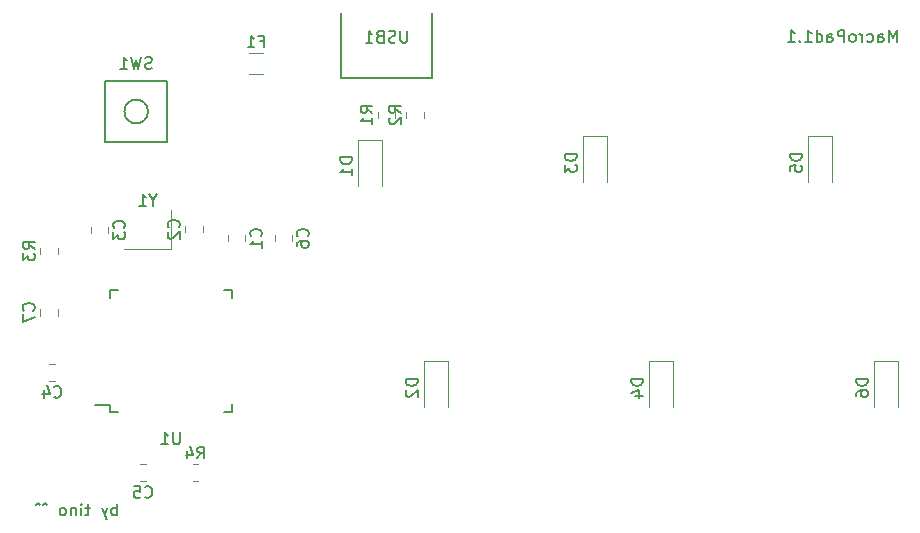
<source format=gbr>
%TF.GenerationSoftware,KiCad,Pcbnew,(6.0.11)*%
%TF.CreationDate,2023-05-29T20:04:11-04:00*%
%TF.ProjectId,MacroPad1.1,4d616372-6f50-4616-9431-2e312e6b6963,rev?*%
%TF.SameCoordinates,Original*%
%TF.FileFunction,Legend,Bot*%
%TF.FilePolarity,Positive*%
%FSLAX46Y46*%
G04 Gerber Fmt 4.6, Leading zero omitted, Abs format (unit mm)*
G04 Created by KiCad (PCBNEW (6.0.11)) date 2023-05-29 20:04:11*
%MOMM*%
%LPD*%
G01*
G04 APERTURE LIST*
%ADD10C,0.150000*%
%ADD11C,0.120000*%
G04 APERTURE END LIST*
D10*
X81938392Y-113958630D02*
X81938392Y-112958630D01*
X81938392Y-113339583D02*
X81843154Y-113291964D01*
X81652678Y-113291964D01*
X81557440Y-113339583D01*
X81509821Y-113387202D01*
X81462202Y-113482440D01*
X81462202Y-113768154D01*
X81509821Y-113863392D01*
X81557440Y-113911011D01*
X81652678Y-113958630D01*
X81843154Y-113958630D01*
X81938392Y-113911011D01*
X81128869Y-113291964D02*
X80890773Y-113958630D01*
X80652678Y-113291964D02*
X80890773Y-113958630D01*
X80986011Y-114196726D01*
X81033630Y-114244345D01*
X81128869Y-114291964D01*
X79652678Y-113291964D02*
X79271726Y-113291964D01*
X79509821Y-112958630D02*
X79509821Y-113815773D01*
X79462202Y-113911011D01*
X79366964Y-113958630D01*
X79271726Y-113958630D01*
X78938392Y-113958630D02*
X78938392Y-113291964D01*
X78938392Y-112958630D02*
X78986011Y-113006250D01*
X78938392Y-113053869D01*
X78890773Y-113006250D01*
X78938392Y-112958630D01*
X78938392Y-113053869D01*
X78462202Y-113291964D02*
X78462202Y-113958630D01*
X78462202Y-113387202D02*
X78414583Y-113339583D01*
X78319345Y-113291964D01*
X78176488Y-113291964D01*
X78081250Y-113339583D01*
X78033630Y-113434821D01*
X78033630Y-113958630D01*
X77414583Y-113958630D02*
X77509821Y-113911011D01*
X77557440Y-113863392D01*
X77605059Y-113768154D01*
X77605059Y-113482440D01*
X77557440Y-113387202D01*
X77509821Y-113339583D01*
X77414583Y-113291964D01*
X77271726Y-113291964D01*
X77176488Y-113339583D01*
X77128869Y-113387202D01*
X77081250Y-113482440D01*
X77081250Y-113768154D01*
X77128869Y-113863392D01*
X77176488Y-113911011D01*
X77271726Y-113958630D01*
X77414583Y-113958630D01*
X76033630Y-113053869D02*
X75843154Y-112911011D01*
X75652678Y-113053869D01*
X75462202Y-113053869D02*
X75271726Y-112911011D01*
X75081250Y-113053869D01*
X147954428Y-73858380D02*
X147954428Y-72858380D01*
X147621095Y-73572666D01*
X147287761Y-72858380D01*
X147287761Y-73858380D01*
X146383000Y-73858380D02*
X146383000Y-73334571D01*
X146430619Y-73239333D01*
X146525857Y-73191714D01*
X146716333Y-73191714D01*
X146811571Y-73239333D01*
X146383000Y-73810761D02*
X146478238Y-73858380D01*
X146716333Y-73858380D01*
X146811571Y-73810761D01*
X146859190Y-73715523D01*
X146859190Y-73620285D01*
X146811571Y-73525047D01*
X146716333Y-73477428D01*
X146478238Y-73477428D01*
X146383000Y-73429809D01*
X145478238Y-73810761D02*
X145573476Y-73858380D01*
X145763952Y-73858380D01*
X145859190Y-73810761D01*
X145906809Y-73763142D01*
X145954428Y-73667904D01*
X145954428Y-73382190D01*
X145906809Y-73286952D01*
X145859190Y-73239333D01*
X145763952Y-73191714D01*
X145573476Y-73191714D01*
X145478238Y-73239333D01*
X145049666Y-73858380D02*
X145049666Y-73191714D01*
X145049666Y-73382190D02*
X145002047Y-73286952D01*
X144954428Y-73239333D01*
X144859190Y-73191714D01*
X144763952Y-73191714D01*
X144287761Y-73858380D02*
X144383000Y-73810761D01*
X144430619Y-73763142D01*
X144478238Y-73667904D01*
X144478238Y-73382190D01*
X144430619Y-73286952D01*
X144383000Y-73239333D01*
X144287761Y-73191714D01*
X144144904Y-73191714D01*
X144049666Y-73239333D01*
X144002047Y-73286952D01*
X143954428Y-73382190D01*
X143954428Y-73667904D01*
X144002047Y-73763142D01*
X144049666Y-73810761D01*
X144144904Y-73858380D01*
X144287761Y-73858380D01*
X143525857Y-73858380D02*
X143525857Y-72858380D01*
X143144904Y-72858380D01*
X143049666Y-72906000D01*
X143002047Y-72953619D01*
X142954428Y-73048857D01*
X142954428Y-73191714D01*
X143002047Y-73286952D01*
X143049666Y-73334571D01*
X143144904Y-73382190D01*
X143525857Y-73382190D01*
X142097285Y-73858380D02*
X142097285Y-73334571D01*
X142144904Y-73239333D01*
X142240142Y-73191714D01*
X142430619Y-73191714D01*
X142525857Y-73239333D01*
X142097285Y-73810761D02*
X142192523Y-73858380D01*
X142430619Y-73858380D01*
X142525857Y-73810761D01*
X142573476Y-73715523D01*
X142573476Y-73620285D01*
X142525857Y-73525047D01*
X142430619Y-73477428D01*
X142192523Y-73477428D01*
X142097285Y-73429809D01*
X141192523Y-73858380D02*
X141192523Y-72858380D01*
X141192523Y-73810761D02*
X141287761Y-73858380D01*
X141478238Y-73858380D01*
X141573476Y-73810761D01*
X141621095Y-73763142D01*
X141668714Y-73667904D01*
X141668714Y-73382190D01*
X141621095Y-73286952D01*
X141573476Y-73239333D01*
X141478238Y-73191714D01*
X141287761Y-73191714D01*
X141192523Y-73239333D01*
X140192523Y-73858380D02*
X140763952Y-73858380D01*
X140478238Y-73858380D02*
X140478238Y-72858380D01*
X140573476Y-73001238D01*
X140668714Y-73096476D01*
X140763952Y-73144095D01*
X139763952Y-73763142D02*
X139716333Y-73810761D01*
X139763952Y-73858380D01*
X139811571Y-73810761D01*
X139763952Y-73763142D01*
X139763952Y-73858380D01*
X138763952Y-73858380D02*
X139335380Y-73858380D01*
X139049666Y-73858380D02*
X139049666Y-72858380D01*
X139144904Y-73001238D01*
X139240142Y-73096476D01*
X139335380Y-73144095D01*
%TO.C,R4*%
X88756916Y-109133630D02*
X89090250Y-108657440D01*
X89328345Y-109133630D02*
X89328345Y-108133630D01*
X88947392Y-108133630D01*
X88852154Y-108181250D01*
X88804535Y-108228869D01*
X88756916Y-108324107D01*
X88756916Y-108466964D01*
X88804535Y-108562202D01*
X88852154Y-108609821D01*
X88947392Y-108657440D01*
X89328345Y-108657440D01*
X87899773Y-108466964D02*
X87899773Y-109133630D01*
X88137869Y-108086011D02*
X88375964Y-108800297D01*
X87756916Y-108800297D01*
%TO.C,C6*%
X98080892Y-90320833D02*
X98128511Y-90273214D01*
X98176130Y-90130357D01*
X98176130Y-90035119D01*
X98128511Y-89892261D01*
X98033273Y-89797023D01*
X97938035Y-89749404D01*
X97747559Y-89701785D01*
X97604702Y-89701785D01*
X97414226Y-89749404D01*
X97318988Y-89797023D01*
X97223750Y-89892261D01*
X97176130Y-90035119D01*
X97176130Y-90130357D01*
X97223750Y-90273214D01*
X97271369Y-90320833D01*
X97176130Y-91177976D02*
X97176130Y-90987500D01*
X97223750Y-90892261D01*
X97271369Y-90844642D01*
X97414226Y-90749404D01*
X97604702Y-90701785D01*
X97985654Y-90701785D01*
X98080892Y-90749404D01*
X98128511Y-90797023D01*
X98176130Y-90892261D01*
X98176130Y-91082738D01*
X98128511Y-91177976D01*
X98080892Y-91225595D01*
X97985654Y-91273214D01*
X97747559Y-91273214D01*
X97652321Y-91225595D01*
X97604702Y-91177976D01*
X97557083Y-91082738D01*
X97557083Y-90892261D01*
X97604702Y-90797023D01*
X97652321Y-90749404D01*
X97747559Y-90701785D01*
%TO.C,D3*%
X120851880Y-83349404D02*
X119851880Y-83349404D01*
X119851880Y-83587500D01*
X119899500Y-83730357D01*
X119994738Y-83825595D01*
X120089976Y-83873214D01*
X120280452Y-83920833D01*
X120423309Y-83920833D01*
X120613785Y-83873214D01*
X120709023Y-83825595D01*
X120804261Y-83730357D01*
X120851880Y-83587500D01*
X120851880Y-83349404D01*
X119851880Y-84254166D02*
X119851880Y-84873214D01*
X120232833Y-84539880D01*
X120232833Y-84682738D01*
X120280452Y-84777976D01*
X120328071Y-84825595D01*
X120423309Y-84873214D01*
X120661404Y-84873214D01*
X120756642Y-84825595D01*
X120804261Y-84777976D01*
X120851880Y-84682738D01*
X120851880Y-84397023D01*
X120804261Y-84301785D01*
X120756642Y-84254166D01*
%TO.C,C2*%
X87154491Y-89572099D02*
X87202110Y-89524480D01*
X87249729Y-89381623D01*
X87249729Y-89286385D01*
X87202110Y-89143527D01*
X87106872Y-89048289D01*
X87011634Y-89000670D01*
X86821158Y-88953051D01*
X86678301Y-88953051D01*
X86487825Y-89000670D01*
X86392587Y-89048289D01*
X86297349Y-89143527D01*
X86249729Y-89286385D01*
X86249729Y-89381623D01*
X86297349Y-89524480D01*
X86344968Y-89572099D01*
X86344968Y-89953051D02*
X86297349Y-90000670D01*
X86249729Y-90095908D01*
X86249729Y-90334004D01*
X86297349Y-90429242D01*
X86344968Y-90476861D01*
X86440206Y-90524480D01*
X86535444Y-90524480D01*
X86678301Y-90476861D01*
X87249729Y-89905432D01*
X87249729Y-90524480D01*
%TO.C,C3*%
X82513491Y-89603849D02*
X82561110Y-89556230D01*
X82608729Y-89413373D01*
X82608729Y-89318135D01*
X82561110Y-89175277D01*
X82465872Y-89080039D01*
X82370634Y-89032420D01*
X82180158Y-88984801D01*
X82037301Y-88984801D01*
X81846825Y-89032420D01*
X81751587Y-89080039D01*
X81656349Y-89175277D01*
X81608729Y-89318135D01*
X81608729Y-89413373D01*
X81656349Y-89556230D01*
X81703968Y-89603849D01*
X81608729Y-89937182D02*
X81608729Y-90556230D01*
X81989682Y-90222896D01*
X81989682Y-90365754D01*
X82037301Y-90460992D01*
X82084920Y-90508611D01*
X82180158Y-90556230D01*
X82418253Y-90556230D01*
X82513491Y-90508611D01*
X82561110Y-90460992D01*
X82608729Y-90365754D01*
X82608729Y-90080039D01*
X82561110Y-89984801D01*
X82513491Y-89937182D01*
%TO.C,D1*%
X101833630Y-83649404D02*
X100833630Y-83649404D01*
X100833630Y-83887500D01*
X100881250Y-84030357D01*
X100976488Y-84125595D01*
X101071726Y-84173214D01*
X101262202Y-84220833D01*
X101405059Y-84220833D01*
X101595535Y-84173214D01*
X101690773Y-84125595D01*
X101786011Y-84030357D01*
X101833630Y-83887500D01*
X101833630Y-83649404D01*
X101833630Y-85173214D02*
X101833630Y-84601785D01*
X101833630Y-84887500D02*
X100833630Y-84887500D01*
X100976488Y-84792261D01*
X101071726Y-84697023D01*
X101119345Y-84601785D01*
%TO.C,D6*%
X145521630Y-102399404D02*
X144521630Y-102399404D01*
X144521630Y-102637500D01*
X144569250Y-102780357D01*
X144664488Y-102875595D01*
X144759726Y-102923214D01*
X144950202Y-102970833D01*
X145093059Y-102970833D01*
X145283535Y-102923214D01*
X145378773Y-102875595D01*
X145474011Y-102780357D01*
X145521630Y-102637500D01*
X145521630Y-102399404D01*
X144521630Y-103827976D02*
X144521630Y-103637500D01*
X144569250Y-103542261D01*
X144616869Y-103494642D01*
X144759726Y-103399404D01*
X144950202Y-103351785D01*
X145331154Y-103351785D01*
X145426392Y-103399404D01*
X145474011Y-103447023D01*
X145521630Y-103542261D01*
X145521630Y-103732738D01*
X145474011Y-103827976D01*
X145426392Y-103875595D01*
X145331154Y-103923214D01*
X145093059Y-103923214D01*
X144997821Y-103875595D01*
X144950202Y-103827976D01*
X144902583Y-103732738D01*
X144902583Y-103542261D01*
X144950202Y-103447023D01*
X144997821Y-103399404D01*
X145093059Y-103351785D01*
%TO.C,R3*%
X75002380Y-91400333D02*
X74526190Y-91067000D01*
X75002380Y-90828904D02*
X74002380Y-90828904D01*
X74002380Y-91209857D01*
X74050000Y-91305095D01*
X74097619Y-91352714D01*
X74192857Y-91400333D01*
X74335714Y-91400333D01*
X74430952Y-91352714D01*
X74478571Y-91305095D01*
X74526190Y-91209857D01*
X74526190Y-90828904D01*
X74002380Y-91733666D02*
X74002380Y-92352714D01*
X74383333Y-92019380D01*
X74383333Y-92162238D01*
X74430952Y-92257476D01*
X74478571Y-92305095D01*
X74573809Y-92352714D01*
X74811904Y-92352714D01*
X74907142Y-92305095D01*
X74954761Y-92257476D01*
X75002380Y-92162238D01*
X75002380Y-91876523D01*
X74954761Y-91781285D01*
X74907142Y-91733666D01*
%TO.C,R1*%
X103577380Y-79883333D02*
X103101190Y-79550000D01*
X103577380Y-79311904D02*
X102577380Y-79311904D01*
X102577380Y-79692857D01*
X102625000Y-79788095D01*
X102672619Y-79835714D01*
X102767857Y-79883333D01*
X102910714Y-79883333D01*
X103005952Y-79835714D01*
X103053571Y-79788095D01*
X103101190Y-79692857D01*
X103101190Y-79311904D01*
X103577380Y-80835714D02*
X103577380Y-80264285D01*
X103577380Y-80550000D02*
X102577380Y-80550000D01*
X102720238Y-80454761D01*
X102815476Y-80359523D01*
X102863095Y-80264285D01*
%TO.C,D2*%
X107389880Y-102399404D02*
X106389880Y-102399404D01*
X106389880Y-102637500D01*
X106437500Y-102780357D01*
X106532738Y-102875595D01*
X106627976Y-102923214D01*
X106818452Y-102970833D01*
X106961309Y-102970833D01*
X107151785Y-102923214D01*
X107247023Y-102875595D01*
X107342261Y-102780357D01*
X107389880Y-102637500D01*
X107389880Y-102399404D01*
X106485119Y-103351785D02*
X106437500Y-103399404D01*
X106389880Y-103494642D01*
X106389880Y-103732738D01*
X106437500Y-103827976D01*
X106485119Y-103875595D01*
X106580357Y-103923214D01*
X106675595Y-103923214D01*
X106818452Y-103875595D01*
X107389880Y-103304166D01*
X107389880Y-103923214D01*
%TO.C,C4*%
X76620666Y-103891142D02*
X76668285Y-103938761D01*
X76811142Y-103986380D01*
X76906380Y-103986380D01*
X77049238Y-103938761D01*
X77144476Y-103843523D01*
X77192095Y-103748285D01*
X77239714Y-103557809D01*
X77239714Y-103414952D01*
X77192095Y-103224476D01*
X77144476Y-103129238D01*
X77049238Y-103034000D01*
X76906380Y-102986380D01*
X76811142Y-102986380D01*
X76668285Y-103034000D01*
X76620666Y-103081619D01*
X75763523Y-103319714D02*
X75763523Y-103986380D01*
X76001619Y-102938761D02*
X76239714Y-103653047D01*
X75620666Y-103653047D01*
%TO.C,F1*%
X94059333Y-73800571D02*
X94392666Y-73800571D01*
X94392666Y-74324380D02*
X94392666Y-73324380D01*
X93916476Y-73324380D01*
X93011714Y-74324380D02*
X93583142Y-74324380D01*
X93297428Y-74324380D02*
X93297428Y-73324380D01*
X93392666Y-73467238D01*
X93487904Y-73562476D01*
X93583142Y-73610095D01*
%TO.C,C1*%
X94112142Y-90320833D02*
X94159761Y-90273214D01*
X94207380Y-90130357D01*
X94207380Y-90035119D01*
X94159761Y-89892261D01*
X94064523Y-89797023D01*
X93969285Y-89749404D01*
X93778809Y-89701785D01*
X93635952Y-89701785D01*
X93445476Y-89749404D01*
X93350238Y-89797023D01*
X93255000Y-89892261D01*
X93207380Y-90035119D01*
X93207380Y-90130357D01*
X93255000Y-90273214D01*
X93302619Y-90320833D01*
X94207380Y-91273214D02*
X94207380Y-90701785D01*
X94207380Y-90987500D02*
X93207380Y-90987500D01*
X93350238Y-90892261D01*
X93445476Y-90797023D01*
X93493095Y-90701785D01*
%TO.C,C5*%
X84311916Y-112368392D02*
X84359535Y-112416011D01*
X84502392Y-112463630D01*
X84597630Y-112463630D01*
X84740488Y-112416011D01*
X84835726Y-112320773D01*
X84883345Y-112225535D01*
X84930964Y-112035059D01*
X84930964Y-111892202D01*
X84883345Y-111701726D01*
X84835726Y-111606488D01*
X84740488Y-111511250D01*
X84597630Y-111463630D01*
X84502392Y-111463630D01*
X84359535Y-111511250D01*
X84311916Y-111558869D01*
X83407154Y-111463630D02*
X83883345Y-111463630D01*
X83930964Y-111939821D01*
X83883345Y-111892202D01*
X83788107Y-111844583D01*
X83550011Y-111844583D01*
X83454773Y-111892202D01*
X83407154Y-111939821D01*
X83359535Y-112035059D01*
X83359535Y-112273154D01*
X83407154Y-112368392D01*
X83454773Y-112416011D01*
X83550011Y-112463630D01*
X83788107Y-112463630D01*
X83883345Y-112416011D01*
X83930964Y-112368392D01*
%TO.C,SW1*%
X84899333Y-76096761D02*
X84756476Y-76144380D01*
X84518380Y-76144380D01*
X84423142Y-76096761D01*
X84375523Y-76049142D01*
X84327904Y-75953904D01*
X84327904Y-75858666D01*
X84375523Y-75763428D01*
X84423142Y-75715809D01*
X84518380Y-75668190D01*
X84708857Y-75620571D01*
X84804095Y-75572952D01*
X84851714Y-75525333D01*
X84899333Y-75430095D01*
X84899333Y-75334857D01*
X84851714Y-75239619D01*
X84804095Y-75192000D01*
X84708857Y-75144380D01*
X84470761Y-75144380D01*
X84327904Y-75192000D01*
X83994571Y-75144380D02*
X83756476Y-76144380D01*
X83566000Y-75430095D01*
X83375523Y-76144380D01*
X83137428Y-75144380D01*
X82232666Y-76144380D02*
X82804095Y-76144380D01*
X82518380Y-76144380D02*
X82518380Y-75144380D01*
X82613619Y-75287238D01*
X82708857Y-75382476D01*
X82804095Y-75430095D01*
%TO.C,D4*%
X126471630Y-102399404D02*
X125471630Y-102399404D01*
X125471630Y-102637500D01*
X125519250Y-102780357D01*
X125614488Y-102875595D01*
X125709726Y-102923214D01*
X125900202Y-102970833D01*
X126043059Y-102970833D01*
X126233535Y-102923214D01*
X126328773Y-102875595D01*
X126424011Y-102780357D01*
X126471630Y-102637500D01*
X126471630Y-102399404D01*
X125804964Y-103827976D02*
X126471630Y-103827976D01*
X125424011Y-103589880D02*
X126138297Y-103351785D01*
X126138297Y-103970833D01*
%TO.C,USB1*%
X106513095Y-72921880D02*
X106513095Y-73731404D01*
X106465476Y-73826642D01*
X106417857Y-73874261D01*
X106322619Y-73921880D01*
X106132142Y-73921880D01*
X106036904Y-73874261D01*
X105989285Y-73826642D01*
X105941666Y-73731404D01*
X105941666Y-72921880D01*
X105513095Y-73874261D02*
X105370238Y-73921880D01*
X105132142Y-73921880D01*
X105036904Y-73874261D01*
X104989285Y-73826642D01*
X104941666Y-73731404D01*
X104941666Y-73636166D01*
X104989285Y-73540928D01*
X105036904Y-73493309D01*
X105132142Y-73445690D01*
X105322619Y-73398071D01*
X105417857Y-73350452D01*
X105465476Y-73302833D01*
X105513095Y-73207595D01*
X105513095Y-73112357D01*
X105465476Y-73017119D01*
X105417857Y-72969500D01*
X105322619Y-72921880D01*
X105084523Y-72921880D01*
X104941666Y-72969500D01*
X104179761Y-73398071D02*
X104036904Y-73445690D01*
X103989285Y-73493309D01*
X103941666Y-73588547D01*
X103941666Y-73731404D01*
X103989285Y-73826642D01*
X104036904Y-73874261D01*
X104132142Y-73921880D01*
X104513095Y-73921880D01*
X104513095Y-72921880D01*
X104179761Y-72921880D01*
X104084523Y-72969500D01*
X104036904Y-73017119D01*
X103989285Y-73112357D01*
X103989285Y-73207595D01*
X104036904Y-73302833D01*
X104084523Y-73350452D01*
X104179761Y-73398071D01*
X104513095Y-73398071D01*
X102989285Y-73921880D02*
X103560714Y-73921880D01*
X103275000Y-73921880D02*
X103275000Y-72921880D01*
X103370238Y-73064738D01*
X103465476Y-73159976D01*
X103560714Y-73207595D01*
%TO.C,D5*%
X139933630Y-83349404D02*
X138933630Y-83349404D01*
X138933630Y-83587500D01*
X138981250Y-83730357D01*
X139076488Y-83825595D01*
X139171726Y-83873214D01*
X139362202Y-83920833D01*
X139505059Y-83920833D01*
X139695535Y-83873214D01*
X139790773Y-83825595D01*
X139886011Y-83730357D01*
X139933630Y-83587500D01*
X139933630Y-83349404D01*
X138933630Y-84825595D02*
X138933630Y-84349404D01*
X139409821Y-84301785D01*
X139362202Y-84349404D01*
X139314583Y-84444642D01*
X139314583Y-84682738D01*
X139362202Y-84777976D01*
X139409821Y-84825595D01*
X139505059Y-84873214D01*
X139743154Y-84873214D01*
X139838392Y-84825595D01*
X139886011Y-84777976D01*
X139933630Y-84682738D01*
X139933630Y-84444642D01*
X139886011Y-84349404D01*
X139838392Y-84301785D01*
%TO.C,U1*%
X87280654Y-106914880D02*
X87280654Y-107724404D01*
X87233035Y-107819642D01*
X87185416Y-107867261D01*
X87090178Y-107914880D01*
X86899702Y-107914880D01*
X86804464Y-107867261D01*
X86756845Y-107819642D01*
X86709226Y-107724404D01*
X86709226Y-106914880D01*
X85709226Y-107914880D02*
X86280654Y-107914880D01*
X85994940Y-107914880D02*
X85994940Y-106914880D01*
X86090178Y-107057738D01*
X86185416Y-107152976D01*
X86280654Y-107200595D01*
%TO.C,R2*%
X105990380Y-79883333D02*
X105514190Y-79550000D01*
X105990380Y-79311904D02*
X104990380Y-79311904D01*
X104990380Y-79692857D01*
X105038000Y-79788095D01*
X105085619Y-79835714D01*
X105180857Y-79883333D01*
X105323714Y-79883333D01*
X105418952Y-79835714D01*
X105466571Y-79788095D01*
X105514190Y-79692857D01*
X105514190Y-79311904D01*
X105085619Y-80264285D02*
X105038000Y-80311904D01*
X104990380Y-80407142D01*
X104990380Y-80645238D01*
X105038000Y-80740476D01*
X105085619Y-80788095D01*
X105180857Y-80835714D01*
X105276095Y-80835714D01*
X105418952Y-80788095D01*
X105990380Y-80216666D01*
X105990380Y-80835714D01*
%TO.C,C7*%
X74877142Y-96607333D02*
X74924761Y-96559714D01*
X74972380Y-96416857D01*
X74972380Y-96321619D01*
X74924761Y-96178761D01*
X74829523Y-96083523D01*
X74734285Y-96035904D01*
X74543809Y-95988285D01*
X74400952Y-95988285D01*
X74210476Y-96035904D01*
X74115238Y-96083523D01*
X74020000Y-96178761D01*
X73972380Y-96321619D01*
X73972380Y-96416857D01*
X74020000Y-96559714D01*
X74067619Y-96607333D01*
X73972380Y-96940666D02*
X73972380Y-97607333D01*
X74972380Y-97178761D01*
%TO.C,Y1*%
X85016539Y-87264956D02*
X85016539Y-87741146D01*
X85349872Y-86741146D02*
X85016539Y-87264956D01*
X84683206Y-86741146D01*
X83826063Y-87741146D02*
X84397491Y-87741146D01*
X84111777Y-87741146D02*
X84111777Y-86741146D01*
X84207015Y-86884004D01*
X84302253Y-86979242D01*
X84397491Y-87026861D01*
D11*
%TO.C,R4*%
X88817314Y-109596250D02*
X88363186Y-109596250D01*
X88817314Y-111066250D02*
X88363186Y-111066250D01*
%TO.C,C6*%
X95308750Y-90748752D02*
X95308750Y-90226248D01*
X96778750Y-90748752D02*
X96778750Y-90226248D01*
%TO.C,D3*%
X121399500Y-81837500D02*
X121399500Y-85737500D01*
X123399500Y-81837500D02*
X123399500Y-85737500D01*
X121399500Y-81837500D02*
X123399500Y-81837500D01*
%TO.C,C2*%
X87742349Y-89477514D02*
X87742349Y-90000018D01*
X89212349Y-89477514D02*
X89212349Y-90000018D01*
%TO.C,C3*%
X81211349Y-90031768D02*
X81211349Y-89509264D01*
X79741349Y-90031768D02*
X79741349Y-89509264D01*
%TO.C,D1*%
X102381250Y-82137500D02*
X104381250Y-82137500D01*
X104381250Y-82137500D02*
X104381250Y-86037500D01*
X102381250Y-82137500D02*
X102381250Y-86037500D01*
%TO.C,D6*%
X146069250Y-100887500D02*
X148069250Y-100887500D01*
X146069250Y-100887500D02*
X146069250Y-104787500D01*
X148069250Y-100887500D02*
X148069250Y-104787500D01*
%TO.C,R3*%
X76935000Y-91339936D02*
X76935000Y-91794064D01*
X75465000Y-91339936D02*
X75465000Y-91794064D01*
%TO.C,R1*%
X105510000Y-79822936D02*
X105510000Y-80277064D01*
X104040000Y-79822936D02*
X104040000Y-80277064D01*
%TO.C,D2*%
X107937500Y-100887500D02*
X107937500Y-104787500D01*
X109937500Y-100887500D02*
X109937500Y-104787500D01*
X107937500Y-100887500D02*
X109937500Y-100887500D01*
%TO.C,C4*%
X76192748Y-101119000D02*
X76715252Y-101119000D01*
X76192748Y-102589000D02*
X76715252Y-102589000D01*
%TO.C,F1*%
X94328064Y-76602000D02*
X93123936Y-76602000D01*
X94328064Y-74782000D02*
X93123936Y-74782000D01*
%TO.C,C1*%
X91340000Y-90748752D02*
X91340000Y-90226248D01*
X92810000Y-90748752D02*
X92810000Y-90226248D01*
%TO.C,C5*%
X83883998Y-109596250D02*
X84406502Y-109596250D01*
X83883998Y-111066250D02*
X84406502Y-111066250D01*
D10*
%TO.C,SW1*%
X86166000Y-82356000D02*
X86166000Y-77156000D01*
X86166000Y-77156000D02*
X80966000Y-77156000D01*
X80966000Y-77156000D02*
X80966000Y-82356000D01*
X80966000Y-82356000D02*
X86166000Y-82356000D01*
X84566000Y-79756000D02*
G75*
G03*
X84566000Y-79756000I-1000000J0D01*
G01*
D11*
%TO.C,D4*%
X127019250Y-100887500D02*
X127019250Y-104787500D01*
X127019250Y-100887500D02*
X129019250Y-100887500D01*
X129019250Y-100887500D02*
X129019250Y-104787500D01*
D10*
%TO.C,USB1*%
X100925000Y-71437500D02*
X100925000Y-76887500D01*
X100925000Y-76887500D02*
X108625000Y-76887500D01*
X108625000Y-71437500D02*
X108625000Y-76887500D01*
D11*
%TO.C,D5*%
X142481250Y-81837500D02*
X142481250Y-85737500D01*
X140481250Y-81837500D02*
X142481250Y-81837500D01*
X140481250Y-81837500D02*
X140481250Y-85737500D01*
D10*
%TO.C,U1*%
X81343750Y-94837500D02*
X82018750Y-94837500D01*
X91693750Y-94837500D02*
X91018750Y-94837500D01*
X81343750Y-105187500D02*
X81343750Y-104612500D01*
X81343750Y-105187500D02*
X82018750Y-105187500D01*
X81343750Y-104612500D02*
X80068750Y-104612500D01*
X91693750Y-105187500D02*
X91018750Y-105187500D01*
X81343750Y-94837500D02*
X81343750Y-95512500D01*
X91693750Y-94837500D02*
X91693750Y-95512500D01*
X91693750Y-105187500D02*
X91693750Y-104512500D01*
D11*
%TO.C,R2*%
X107923000Y-79822936D02*
X107923000Y-80277064D01*
X106453000Y-79822936D02*
X106453000Y-80277064D01*
%TO.C,C7*%
X76935000Y-96512748D02*
X76935000Y-97035252D01*
X75465000Y-96512748D02*
X75465000Y-97035252D01*
%TO.C,Y1*%
X86540349Y-88088766D02*
X86540349Y-91388766D01*
X86540349Y-91388766D02*
X82540349Y-91388766D01*
%TD*%
M02*

</source>
